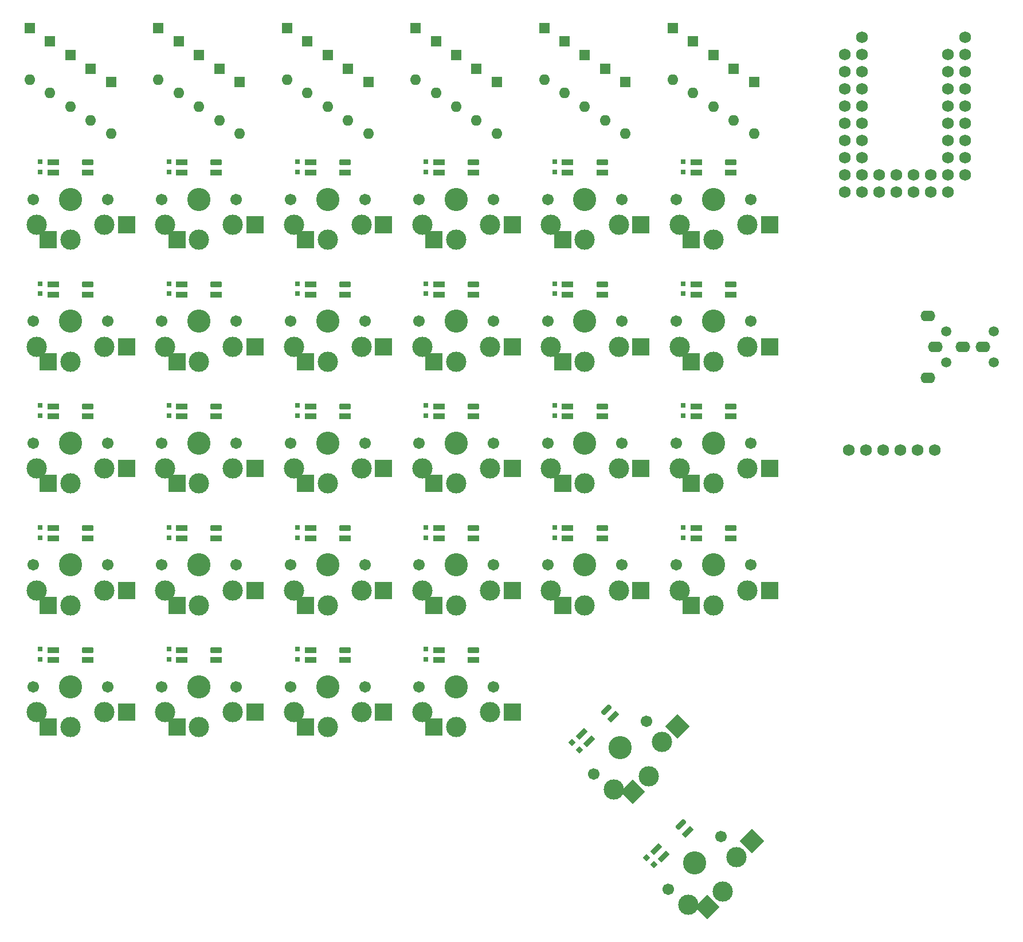
<source format=gbr>
%TF.GenerationSoftware,KiCad,Pcbnew,(6.0.2)*%
%TF.CreationDate,2022-04-13T18:01:38+02:00*%
%TF.ProjectId,SPKB,53504b42-2e6b-4696-9361-645f70636258,rev?*%
%TF.SameCoordinates,Original*%
%TF.FileFunction,Soldermask,Top*%
%TF.FilePolarity,Negative*%
%FSLAX46Y46*%
G04 Gerber Fmt 4.6, Leading zero omitted, Abs format (unit mm)*
G04 Created by KiCad (PCBNEW (6.0.2)) date 2022-04-13 18:01:38*
%MOMM*%
%LPD*%
G01*
G04 APERTURE LIST*
G04 Aperture macros list*
%AMRoundRect*
0 Rectangle with rounded corners*
0 $1 Rounding radius*
0 $2 $3 $4 $5 $6 $7 $8 $9 X,Y pos of 4 corners*
0 Add a 4 corners polygon primitive as box body*
4,1,4,$2,$3,$4,$5,$6,$7,$8,$9,$2,$3,0*
0 Add four circle primitives for the rounded corners*
1,1,$1+$1,$2,$3*
1,1,$1+$1,$4,$5*
1,1,$1+$1,$6,$7*
1,1,$1+$1,$8,$9*
0 Add four rect primitives between the rounded corners*
20,1,$1+$1,$2,$3,$4,$5,0*
20,1,$1+$1,$4,$5,$6,$7,0*
20,1,$1+$1,$6,$7,$8,$9,0*
20,1,$1+$1,$8,$9,$2,$3,0*%
%AMRotRect*
0 Rectangle, with rotation*
0 The origin of the aperture is its center*
0 $1 length*
0 $2 width*
0 $3 Rotation angle, in degrees counterclockwise*
0 Add horizontal line*
21,1,$1,$2,0,0,$3*%
G04 Aperture macros list end*
%ADD10C,1.752600*%
%ADD11C,1.701800*%
%ADD12C,3.000000*%
%ADD13C,3.429000*%
%ADD14R,2.600000X2.600000*%
%ADD15RoundRect,0.205000X-0.645000X-0.205000X0.645000X-0.205000X0.645000X0.205000X-0.645000X0.205000X0*%
%ADD16R,1.700000X0.820000*%
%ADD17R,0.750000X0.800000*%
%ADD18R,1.600000X1.600000*%
%ADD19O,1.600000X1.600000*%
%ADD20RotRect,2.600000X2.600000X45.000000*%
%ADD21RoundRect,0.205000X-0.311127X-0.601041X0.601041X0.311127X0.311127X0.601041X-0.601041X-0.311127X0*%
%ADD22RotRect,0.800000X0.750000X315.000000*%
%ADD23RotRect,1.700000X0.820000X45.000000*%
%ADD24C,1.500000*%
%ADD25O,2.200000X1.600000*%
G04 APERTURE END LIST*
D10*
%TO.C,J1*%
X166700000Y-92000000D03*
X154000000Y-92000000D03*
X156540000Y-92000000D03*
X159080000Y-92000000D03*
X161620000Y-92000000D03*
X164160000Y-92000000D03*
%TD*%
D11*
%TO.C,SW20*%
X101500000Y-55000000D03*
D12*
X101000000Y-58750000D03*
X96000000Y-60950000D03*
D11*
X90500000Y-55000000D03*
D13*
X96000000Y-55000000D03*
D12*
X91000000Y-58750000D03*
D14*
X92725000Y-60950000D03*
X104275000Y-58750000D03*
D15*
X98550000Y-49560000D03*
D16*
X98550000Y-51060000D03*
D17*
X91550000Y-50950000D03*
D16*
X93450000Y-51060000D03*
X93450000Y-49560000D03*
D17*
X91550000Y-49450000D03*
%TD*%
D11*
%TO.C,SW22*%
X90500000Y-91000000D03*
D12*
X96000000Y-96950000D03*
X91000000Y-94750000D03*
D13*
X96000000Y-91000000D03*
D12*
X101000000Y-94750000D03*
D11*
X101500000Y-91000000D03*
D14*
X92725000Y-96950000D03*
X104275000Y-94750000D03*
D15*
X98550000Y-85560000D03*
D16*
X98550000Y-87060000D03*
D17*
X91550000Y-86950000D03*
D16*
X93450000Y-87060000D03*
X93450000Y-85560000D03*
D17*
X91550000Y-85450000D03*
%TD*%
D11*
%TO.C,SW0*%
X139500000Y-55000000D03*
D12*
X139000000Y-58750000D03*
D11*
X128500000Y-55000000D03*
D12*
X134000000Y-60950000D03*
D13*
X134000000Y-55000000D03*
D12*
X129000000Y-58750000D03*
D14*
X130725000Y-60950000D03*
X142275000Y-58750000D03*
D15*
X136550000Y-49560000D03*
D16*
X136550000Y-51060000D03*
D17*
X129550000Y-50950000D03*
D16*
X131450000Y-51060000D03*
X131450000Y-49560000D03*
D17*
X129550000Y-49450000D03*
%TD*%
D11*
%TO.C,SW21*%
X90500000Y-73000000D03*
D12*
X96000000Y-78950000D03*
X101000000Y-76750000D03*
X91000000Y-76750000D03*
D11*
X101500000Y-73000000D03*
D13*
X96000000Y-73000000D03*
D14*
X92725000Y-78950000D03*
X104275000Y-76750000D03*
D15*
X98550000Y-67560000D03*
D17*
X91550000Y-68950000D03*
D16*
X98550000Y-69060000D03*
X93450000Y-69060000D03*
X93450000Y-67560000D03*
D17*
X91550000Y-67450000D03*
%TD*%
D11*
%TO.C,SW52*%
X33500000Y-91000000D03*
D12*
X34000000Y-94750000D03*
X39000000Y-96950000D03*
D11*
X44500000Y-91000000D03*
D13*
X39000000Y-91000000D03*
D12*
X44000000Y-94750000D03*
D14*
X35725000Y-96950000D03*
X47275000Y-94750000D03*
D15*
X41550000Y-85560000D03*
D17*
X34550000Y-86950000D03*
D16*
X41550000Y-87060000D03*
X36450000Y-87060000D03*
D17*
X34550000Y-85450000D03*
D16*
X36450000Y-85560000D03*
%TD*%
D18*
%TO.C,D13*%
X112000000Y-31690000D03*
D19*
X112000000Y-39310000D03*
%TD*%
D12*
%TO.C,SW54*%
X44000000Y-130750000D03*
D11*
X44500000Y-127000000D03*
D12*
X39000000Y-132950000D03*
D13*
X39000000Y-127000000D03*
D11*
X33500000Y-127000000D03*
D12*
X34000000Y-130750000D03*
D14*
X35725000Y-132950000D03*
X47275000Y-130750000D03*
D15*
X41550000Y-121560000D03*
D16*
X41550000Y-123060000D03*
D17*
X34550000Y-122950000D03*
D16*
X36450000Y-123060000D03*
X36450000Y-121560000D03*
D17*
X34550000Y-121450000D03*
%TD*%
D11*
%TO.C,SW34*%
X82500000Y-127000000D03*
D13*
X77000000Y-127000000D03*
D11*
X71500000Y-127000000D03*
D12*
X72000000Y-130750000D03*
X77000000Y-132950000D03*
X82000000Y-130750000D03*
D14*
X73725000Y-132950000D03*
X85275000Y-130750000D03*
D15*
X79550000Y-121560000D03*
D17*
X72550000Y-122950000D03*
D16*
X79550000Y-123060000D03*
X74450000Y-123060000D03*
X74450000Y-121560000D03*
D17*
X72550000Y-121450000D03*
%TD*%
D12*
%TO.C,SW50*%
X39000000Y-60950000D03*
D11*
X33500000Y-55000000D03*
D12*
X34000000Y-58750000D03*
X44000000Y-58750000D03*
D11*
X44500000Y-55000000D03*
D13*
X39000000Y-55000000D03*
D14*
X35725000Y-60950000D03*
X47275000Y-58750000D03*
D15*
X41550000Y-49560000D03*
D17*
X34550000Y-50950000D03*
D16*
X41550000Y-51060000D03*
X36450000Y-51060000D03*
D17*
X34550000Y-49450000D03*
D16*
X36450000Y-49560000D03*
%TD*%
D18*
%TO.C,D31*%
X80000000Y-35690000D03*
D19*
X80000000Y-43310000D03*
%TD*%
D18*
%TO.C,D40*%
X64000000Y-37690000D03*
D19*
X64000000Y-45310000D03*
%TD*%
D18*
%TO.C,D34*%
X71000000Y-29690000D03*
D19*
X71000000Y-37310000D03*
%TD*%
D18*
%TO.C,D20*%
X102000000Y-37690000D03*
D19*
X102000000Y-45310000D03*
%TD*%
D13*
%TO.C,SW13*%
X115000000Y-109000000D03*
D11*
X109500000Y-109000000D03*
D12*
X120000000Y-112750000D03*
X115000000Y-114950000D03*
X110000000Y-112750000D03*
D11*
X120500000Y-109000000D03*
D14*
X111725000Y-114950000D03*
X123275000Y-112750000D03*
D15*
X117550000Y-103560000D03*
D16*
X117550000Y-105060000D03*
D17*
X110550000Y-104950000D03*
D16*
X112450000Y-105060000D03*
X112450000Y-103560000D03*
D17*
X110550000Y-103450000D03*
%TD*%
D18*
%TO.C,D1*%
X137000000Y-35690000D03*
D19*
X137000000Y-43310000D03*
%TD*%
D12*
%TO.C,SW32*%
X72000000Y-94750000D03*
D11*
X82500000Y-91000000D03*
D13*
X77000000Y-91000000D03*
D12*
X77000000Y-96950000D03*
D11*
X71500000Y-91000000D03*
D12*
X82000000Y-94750000D03*
D14*
X73725000Y-96950000D03*
X85275000Y-94750000D03*
D15*
X79550000Y-85560000D03*
D17*
X72550000Y-86950000D03*
D16*
X79550000Y-87060000D03*
X74450000Y-87060000D03*
X74450000Y-85560000D03*
D17*
X72550000Y-85450000D03*
%TD*%
D18*
%TO.C,D14*%
X109000000Y-29690000D03*
D19*
X109000000Y-37310000D03*
%TD*%
D18*
%TO.C,D0*%
X140000000Y-37690000D03*
D19*
X140000000Y-45310000D03*
%TD*%
D12*
%TO.C,SW41*%
X58000000Y-78950000D03*
X53000000Y-76750000D03*
D11*
X63500000Y-73000000D03*
D12*
X63000000Y-76750000D03*
D13*
X58000000Y-73000000D03*
D11*
X52500000Y-73000000D03*
D14*
X54725000Y-78950000D03*
X66275000Y-76750000D03*
D15*
X60550000Y-67560000D03*
D16*
X60550000Y-69060000D03*
D17*
X53550000Y-68950000D03*
D16*
X55450000Y-69060000D03*
D17*
X53550000Y-67450000D03*
D16*
X55450000Y-67560000D03*
%TD*%
D18*
%TO.C,D2*%
X134000000Y-33690000D03*
D19*
X134000000Y-41310000D03*
%TD*%
D18*
%TO.C,D41*%
X61000000Y-35690000D03*
D19*
X61000000Y-43310000D03*
%TD*%
D18*
%TO.C,D53*%
X36000000Y-31690000D03*
D19*
X36000000Y-39310000D03*
%TD*%
D12*
%TO.C,SW44*%
X63000000Y-130750000D03*
X53000000Y-130750000D03*
D13*
X58000000Y-127000000D03*
D11*
X52500000Y-127000000D03*
X63500000Y-127000000D03*
D12*
X58000000Y-132950000D03*
D14*
X54725000Y-132950000D03*
X66275000Y-130750000D03*
D15*
X60550000Y-121560000D03*
D16*
X60550000Y-123060000D03*
D17*
X53550000Y-122950000D03*
D16*
X55450000Y-123060000D03*
D17*
X53550000Y-121450000D03*
D16*
X55450000Y-121560000D03*
%TD*%
D18*
%TO.C,D3*%
X131000000Y-31690000D03*
D19*
X131000000Y-39310000D03*
%TD*%
D12*
%TO.C,SW11*%
X120000000Y-76750000D03*
D13*
X115000000Y-73000000D03*
D11*
X109500000Y-73000000D03*
X120500000Y-73000000D03*
D12*
X115000000Y-78950000D03*
X110000000Y-76750000D03*
D14*
X111725000Y-78950000D03*
X123275000Y-76750000D03*
D15*
X117550000Y-67560000D03*
D16*
X117550000Y-69060000D03*
D17*
X110550000Y-68950000D03*
D16*
X112450000Y-69060000D03*
D17*
X110550000Y-67450000D03*
D16*
X112450000Y-67560000D03*
%TD*%
D18*
%TO.C,D54*%
X33000000Y-29690000D03*
D19*
X33000000Y-37310000D03*
%TD*%
D12*
%TO.C,SW42*%
X63000000Y-94750000D03*
X58000000Y-96950000D03*
D13*
X58000000Y-91000000D03*
D11*
X63500000Y-91000000D03*
D12*
X53000000Y-94750000D03*
D11*
X52500000Y-91000000D03*
D14*
X54725000Y-96950000D03*
X66275000Y-94750000D03*
D15*
X60550000Y-85560000D03*
D16*
X60550000Y-87060000D03*
D17*
X53550000Y-86950000D03*
D16*
X55450000Y-87060000D03*
D17*
X53550000Y-85450000D03*
D16*
X55450000Y-85560000D03*
%TD*%
D12*
%TO.C,SW3*%
X129000000Y-112750000D03*
D13*
X134000000Y-109000000D03*
D12*
X139000000Y-112750000D03*
X134000000Y-114950000D03*
D11*
X128500000Y-109000000D03*
X139500000Y-109000000D03*
D14*
X130725000Y-114950000D03*
X142275000Y-112750000D03*
D15*
X136550000Y-103560000D03*
D16*
X136550000Y-105060000D03*
D17*
X129550000Y-104950000D03*
D16*
X131450000Y-105060000D03*
X131450000Y-103560000D03*
D17*
X129550000Y-103450000D03*
%TD*%
D18*
%TO.C,D24*%
X90000000Y-29690000D03*
D19*
X90000000Y-37310000D03*
%TD*%
D18*
%TO.C,D43*%
X55000000Y-31690000D03*
D19*
X55000000Y-39310000D03*
%TD*%
D18*
%TO.C,D12*%
X115000000Y-33690000D03*
D19*
X115000000Y-41310000D03*
%TD*%
D18*
%TO.C,D4*%
X128000000Y-29690000D03*
D19*
X128000000Y-37310000D03*
%TD*%
D12*
%TO.C,SW24*%
X91000000Y-130750000D03*
D13*
X96000000Y-127000000D03*
D11*
X90500000Y-127000000D03*
D12*
X96000000Y-132950000D03*
D11*
X101500000Y-127000000D03*
D12*
X101000000Y-130750000D03*
D14*
X92725000Y-132950000D03*
X104275000Y-130750000D03*
D15*
X98550000Y-121560000D03*
D17*
X91550000Y-122950000D03*
D16*
X98550000Y-123060000D03*
X93450000Y-123060000D03*
X93450000Y-121560000D03*
D17*
X91550000Y-121450000D03*
%TD*%
D12*
%TO.C,SW14*%
X126387184Y-135116117D03*
X124407285Y-140207285D03*
D11*
X124089087Y-132110913D03*
X116310913Y-139889087D03*
D13*
X120200000Y-136000000D03*
D12*
X119316117Y-142187184D03*
D20*
X122091511Y-142523060D03*
X128702959Y-132800342D03*
D21*
X118156461Y-130350217D03*
D22*
X114189592Y-136282843D03*
D23*
X119217122Y-131410877D03*
X115610877Y-135017122D03*
D22*
X113128932Y-135222183D03*
D23*
X114550217Y-133956461D03*
%TD*%
D18*
%TO.C,D44*%
X52000000Y-29690000D03*
D19*
X52000000Y-37310000D03*
%TD*%
D18*
%TO.C,D30*%
X83000000Y-37690000D03*
D19*
X83000000Y-45310000D03*
%TD*%
D18*
%TO.C,D10*%
X121000000Y-37690000D03*
D19*
X121000000Y-45310000D03*
%TD*%
D18*
%TO.C,D42*%
X58000000Y-33690000D03*
D19*
X58000000Y-41310000D03*
%TD*%
D13*
%TO.C,SW33*%
X77000000Y-109000000D03*
D12*
X72000000Y-112750000D03*
D11*
X82500000Y-109000000D03*
D12*
X82000000Y-112750000D03*
X77000000Y-114950000D03*
D11*
X71500000Y-109000000D03*
D14*
X73725000Y-114950000D03*
X85275000Y-112750000D03*
D15*
X79550000Y-103560000D03*
D17*
X72550000Y-104950000D03*
D16*
X79550000Y-105060000D03*
X74450000Y-105060000D03*
X74450000Y-103560000D03*
D17*
X72550000Y-103450000D03*
%TD*%
D18*
%TO.C,D51*%
X42000000Y-35690000D03*
D19*
X42000000Y-43310000D03*
%TD*%
D11*
%TO.C,SW1*%
X139500000Y-73000000D03*
D13*
X134000000Y-73000000D03*
D11*
X128500000Y-73000000D03*
D12*
X129000000Y-76750000D03*
X134000000Y-78950000D03*
X139000000Y-76750000D03*
D14*
X130725000Y-78950000D03*
X142275000Y-76750000D03*
D15*
X136550000Y-67560000D03*
D17*
X129550000Y-68950000D03*
D16*
X136550000Y-69060000D03*
X131450000Y-69060000D03*
X131450000Y-67560000D03*
D17*
X129550000Y-67450000D03*
%TD*%
D11*
%TO.C,SW23*%
X101500000Y-109000000D03*
D13*
X96000000Y-109000000D03*
D12*
X91000000Y-112750000D03*
D11*
X90500000Y-109000000D03*
D12*
X96000000Y-114950000D03*
X101000000Y-112750000D03*
D14*
X92725000Y-114950000D03*
X104275000Y-112750000D03*
D15*
X98550000Y-103560000D03*
D17*
X91550000Y-104950000D03*
D16*
X98550000Y-105060000D03*
X93450000Y-105060000D03*
D17*
X91550000Y-103450000D03*
D16*
X93450000Y-103560000D03*
%TD*%
D13*
%TO.C,SW30*%
X77000000Y-55000000D03*
D12*
X72000000Y-58750000D03*
D11*
X71500000Y-55000000D03*
X82500000Y-55000000D03*
D12*
X82000000Y-58750000D03*
X77000000Y-60950000D03*
D14*
X73725000Y-60950000D03*
X85275000Y-58750000D03*
D15*
X79550000Y-49560000D03*
D16*
X79550000Y-51060000D03*
D17*
X72550000Y-50950000D03*
D16*
X74450000Y-51060000D03*
X74450000Y-49560000D03*
D17*
X72550000Y-49450000D03*
%TD*%
D18*
%TO.C,D11*%
X118000000Y-35690000D03*
D19*
X118000000Y-43310000D03*
%TD*%
D12*
%TO.C,SW4*%
X135407285Y-157207285D03*
X130316117Y-159187184D03*
D11*
X127310913Y-156889087D03*
D12*
X137387184Y-152116117D03*
D13*
X131200000Y-153000000D03*
D11*
X135089087Y-149110913D03*
D20*
X133091511Y-159523060D03*
X139702959Y-149800342D03*
D21*
X129156461Y-147350217D03*
D22*
X125189592Y-153282843D03*
D23*
X130217122Y-148410877D03*
X126610877Y-152017122D03*
X125550217Y-150956461D03*
D22*
X124128932Y-152222183D03*
%TD*%
D24*
%TO.C,T1*%
X175400000Y-74500000D03*
X168400000Y-74500000D03*
X175400000Y-79100000D03*
X168400000Y-79100000D03*
D25*
X165700000Y-72200000D03*
X165700000Y-81400000D03*
X166800000Y-76800000D03*
X170800000Y-76800000D03*
X173800000Y-76800000D03*
%TD*%
D12*
%TO.C,SW43*%
X58000000Y-114950000D03*
D13*
X58000000Y-109000000D03*
D11*
X52500000Y-109000000D03*
X63500000Y-109000000D03*
D12*
X63000000Y-112750000D03*
X53000000Y-112750000D03*
D14*
X54725000Y-114950000D03*
X66275000Y-112750000D03*
D15*
X60550000Y-103560000D03*
D16*
X60550000Y-105060000D03*
D17*
X53550000Y-104950000D03*
D16*
X55450000Y-105060000D03*
X55450000Y-103560000D03*
D17*
X53550000Y-103450000D03*
%TD*%
D12*
%TO.C,SW2*%
X134000000Y-96950000D03*
D13*
X134000000Y-91000000D03*
D11*
X128500000Y-91000000D03*
X139500000Y-91000000D03*
D12*
X139000000Y-94750000D03*
X129000000Y-94750000D03*
D14*
X130725000Y-96950000D03*
X142275000Y-94750000D03*
D15*
X136550000Y-85560000D03*
D17*
X129550000Y-86950000D03*
D16*
X136550000Y-87060000D03*
X131450000Y-87060000D03*
D17*
X129550000Y-85450000D03*
D16*
X131450000Y-85560000D03*
%TD*%
D11*
%TO.C,SW12*%
X120500000Y-91000000D03*
D12*
X120000000Y-94750000D03*
D11*
X109500000Y-91000000D03*
D12*
X110000000Y-94750000D03*
X115000000Y-96950000D03*
D13*
X115000000Y-91000000D03*
D14*
X111725000Y-96950000D03*
X123275000Y-94750000D03*
D15*
X117550000Y-85560000D03*
D17*
X110550000Y-86950000D03*
D16*
X117550000Y-87060000D03*
X112450000Y-87060000D03*
D17*
X110550000Y-85450000D03*
D16*
X112450000Y-85560000D03*
%TD*%
D18*
%TO.C,D21*%
X99000000Y-35690000D03*
D19*
X99000000Y-43310000D03*
%TD*%
D10*
%TO.C,U1*%
X171160000Y-31050000D03*
X153380000Y-33590000D03*
X171160000Y-33590000D03*
X153380000Y-36130000D03*
X171160000Y-36130000D03*
X153380000Y-38670000D03*
X153380000Y-41210000D03*
X171160000Y-38670000D03*
X171160000Y-41210000D03*
X153380000Y-43750000D03*
X153380000Y-46290000D03*
X171160000Y-43750000D03*
X153380000Y-48830000D03*
X171160000Y-46290000D03*
X153380000Y-51370000D03*
X171160000Y-48830000D03*
X153380000Y-53910000D03*
X171160000Y-51370000D03*
X155920000Y-53910000D03*
X166080000Y-51370000D03*
X158460000Y-53910000D03*
X163540000Y-51370000D03*
X161000000Y-53910000D03*
X163540000Y-53910000D03*
X161000000Y-51370000D03*
X158460000Y-51370000D03*
X166080000Y-53910000D03*
X155920000Y-51370000D03*
X168620000Y-53910000D03*
X155920000Y-48830000D03*
X155920000Y-46290000D03*
X168620000Y-48830000D03*
X155920000Y-43750000D03*
X168620000Y-46290000D03*
X168620000Y-43750000D03*
X155920000Y-41210000D03*
X168620000Y-41210000D03*
X155920000Y-38670000D03*
X168620000Y-38670000D03*
X155920000Y-36130000D03*
X168620000Y-36130000D03*
X155920000Y-33590000D03*
X168620000Y-33590000D03*
X155920000Y-31050000D03*
X168620000Y-51370000D03*
%TD*%
D18*
%TO.C,D22*%
X96000000Y-33690000D03*
D19*
X96000000Y-41310000D03*
%TD*%
D12*
%TO.C,SW31*%
X77000000Y-78950000D03*
X82000000Y-76750000D03*
D11*
X82500000Y-73000000D03*
D13*
X77000000Y-73000000D03*
D12*
X72000000Y-76750000D03*
D11*
X71500000Y-73000000D03*
D14*
X73725000Y-78950000D03*
X85275000Y-76750000D03*
D15*
X79550000Y-67560000D03*
D17*
X72550000Y-68950000D03*
D16*
X79550000Y-69060000D03*
X74450000Y-69060000D03*
X74450000Y-67560000D03*
D17*
X72550000Y-67450000D03*
%TD*%
D13*
%TO.C,SW51*%
X39000000Y-73000000D03*
D12*
X39000000Y-78950000D03*
D11*
X33500000Y-73000000D03*
D12*
X34000000Y-76750000D03*
D11*
X44500000Y-73000000D03*
D12*
X44000000Y-76750000D03*
D14*
X35725000Y-78950000D03*
X47275000Y-76750000D03*
D15*
X41550000Y-67560000D03*
D17*
X34550000Y-68950000D03*
D16*
X41550000Y-69060000D03*
X36450000Y-69060000D03*
D17*
X34550000Y-67450000D03*
D16*
X36450000Y-67560000D03*
%TD*%
D11*
%TO.C,SW40*%
X52500000Y-55000000D03*
D13*
X58000000Y-55000000D03*
D12*
X53000000Y-58750000D03*
D11*
X63500000Y-55000000D03*
D12*
X63000000Y-58750000D03*
X58000000Y-60950000D03*
D14*
X54725000Y-60950000D03*
X66275000Y-58750000D03*
D15*
X60550000Y-49560000D03*
D17*
X53550000Y-50950000D03*
D16*
X60550000Y-51060000D03*
X55450000Y-51060000D03*
X55450000Y-49560000D03*
D17*
X53550000Y-49450000D03*
%TD*%
D18*
%TO.C,D50*%
X45000000Y-37690000D03*
D19*
X45000000Y-45310000D03*
%TD*%
D18*
%TO.C,D32*%
X77000000Y-33690000D03*
D19*
X77000000Y-41310000D03*
%TD*%
D12*
%TO.C,SW10*%
X115000000Y-60950000D03*
D13*
X115000000Y-55000000D03*
D11*
X120500000Y-55000000D03*
X109500000Y-55000000D03*
D12*
X120000000Y-58750000D03*
X110000000Y-58750000D03*
D14*
X111725000Y-60950000D03*
X123275000Y-58750000D03*
D15*
X117550000Y-49560000D03*
D16*
X117550000Y-51060000D03*
D17*
X110550000Y-50950000D03*
D16*
X112450000Y-51060000D03*
D17*
X110550000Y-49450000D03*
D16*
X112450000Y-49560000D03*
%TD*%
D18*
%TO.C,D33*%
X74000000Y-31690000D03*
D19*
X74000000Y-39310000D03*
%TD*%
D12*
%TO.C,SW53*%
X39000000Y-114950000D03*
X44000000Y-112750000D03*
D11*
X44500000Y-109000000D03*
D13*
X39000000Y-109000000D03*
D11*
X33500000Y-109000000D03*
D12*
X34000000Y-112750000D03*
D14*
X35725000Y-114950000D03*
X47275000Y-112750000D03*
D15*
X41550000Y-103560000D03*
D16*
X41550000Y-105060000D03*
D17*
X34550000Y-104950000D03*
D16*
X36450000Y-105060000D03*
X36450000Y-103560000D03*
D17*
X34550000Y-103450000D03*
%TD*%
D18*
%TO.C,D23*%
X93000000Y-31690000D03*
D19*
X93000000Y-39310000D03*
%TD*%
D18*
%TO.C,D52*%
X39000000Y-33690000D03*
D19*
X39000000Y-41310000D03*
%TD*%
M02*

</source>
